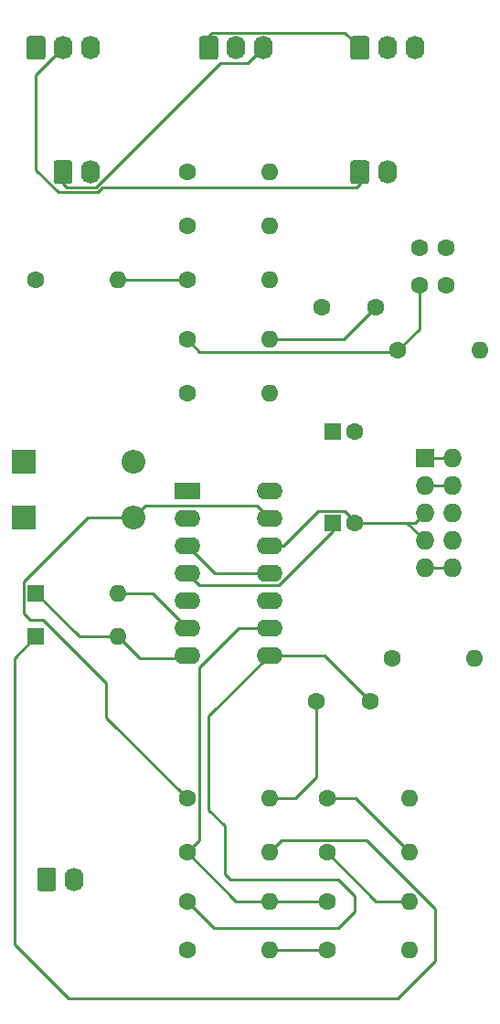
<source format=gbr>
%TF.GenerationSoftware,KiCad,Pcbnew,(5.1.8-0-10_14)*%
%TF.CreationDate,2021-07-20T21:06:28-04:00*%
%TF.ProjectId,fwr2,66777232-2e6b-4696-9361-645f70636258,rev?*%
%TF.SameCoordinates,Original*%
%TF.FileFunction,Copper,L2,Bot*%
%TF.FilePolarity,Positive*%
%FSLAX46Y46*%
G04 Gerber Fmt 4.6, Leading zero omitted, Abs format (unit mm)*
G04 Created by KiCad (PCBNEW (5.1.8-0-10_14)) date 2021-07-20 21:06:28*
%MOMM*%
%LPD*%
G01*
G04 APERTURE LIST*
%TA.AperFunction,ComponentPad*%
%ADD10O,1.740000X2.200000*%
%TD*%
%TA.AperFunction,ComponentPad*%
%ADD11R,1.600000X1.600000*%
%TD*%
%TA.AperFunction,ComponentPad*%
%ADD12C,1.600000*%
%TD*%
%TA.AperFunction,ComponentPad*%
%ADD13R,2.200000X2.200000*%
%TD*%
%TA.AperFunction,ComponentPad*%
%ADD14O,2.200000X2.200000*%
%TD*%
%TA.AperFunction,ComponentPad*%
%ADD15O,1.600000X1.600000*%
%TD*%
%TA.AperFunction,ComponentPad*%
%ADD16R,1.727200X1.727200*%
%TD*%
%TA.AperFunction,ComponentPad*%
%ADD17O,1.727200X1.727200*%
%TD*%
%TA.AperFunction,ComponentPad*%
%ADD18R,2.400000X1.600000*%
%TD*%
%TA.AperFunction,ComponentPad*%
%ADD19O,2.400000X1.600000*%
%TD*%
%TA.AperFunction,Conductor*%
%ADD20C,0.250000*%
%TD*%
G04 APERTURE END LIST*
%TO.P,J4,1*%
%TO.N,Net-(Feedback1-Pad3)*%
%TA.AperFunction,ComponentPad*%
G36*
G01*
X105630000Y-134350001D02*
X105630000Y-132649999D01*
G75*
G02*
X105879999Y-132400000I249999J0D01*
G01*
X107120001Y-132400000D01*
G75*
G02*
X107370000Y-132649999I0J-249999D01*
G01*
X107370000Y-134350001D01*
G75*
G02*
X107120001Y-134600000I-249999J0D01*
G01*
X105879999Y-134600000D01*
G75*
G02*
X105630000Y-134350001I0J249999D01*
G01*
G37*
%TD.AperFunction*%
D10*
%TO.P,J4,2*%
%TO.N,GND*%
X109040000Y-133500000D03*
%TD*%
D11*
%TO.P,C6,1*%
%TO.N,GND*%
X133000000Y-92000000D03*
D12*
%TO.P,C6,2*%
X135000000Y-92000000D03*
%TD*%
D13*
%TO.P,1N4733,1*%
%TO.N,Net-(D3-Pad1)*%
X104375001Y-94855001D03*
D14*
%TO.P,1N4733,2*%
%TO.N,Net-(D4-Pad2)*%
X114535001Y-94855001D03*
%TD*%
%TO.P,Bias,1*%
%TO.N,GND*%
%TA.AperFunction,ComponentPad*%
G36*
G01*
X134630000Y-57350001D02*
X134630000Y-55649999D01*
G75*
G02*
X134879999Y-55400000I249999J0D01*
G01*
X136120001Y-55400000D01*
G75*
G02*
X136370000Y-55649999I0J-249999D01*
G01*
X136370000Y-57350001D01*
G75*
G02*
X136120001Y-57600000I-249999J0D01*
G01*
X134879999Y-57600000D01*
G75*
G02*
X134630000Y-57350001I0J249999D01*
G01*
G37*
%TD.AperFunction*%
D10*
%TO.P,Bias,2*%
%TO.N,Net-(Bias1-Pad2)*%
X138040000Y-56500000D03*
%TO.P,Bias,3*%
%TO.N,Net-(Bias1-Pad3)*%
X140580000Y-56500000D03*
%TD*%
D12*
%TO.P,C1,2*%
%TO.N,Net-(C1-Pad2)*%
X137000000Y-80500000D03*
%TO.P,C1,1*%
%TO.N,Net-(C1-Pad1)*%
X132000000Y-80500000D03*
%TD*%
%TO.P,C2,1*%
%TO.N,GND*%
X141000000Y-78500000D03*
%TO.P,C2,2*%
%TO.N,Net-(Bias1-Pad3)*%
X143500000Y-78500000D03*
%TD*%
%TO.P,C3,2*%
%TO.N,GND*%
X143500000Y-75000000D03*
%TO.P,C3,1*%
X141000000Y-75000000D03*
%TD*%
%TO.P,C4,1*%
%TO.N,Net-(C4-Pad1)*%
X131500000Y-117000000D03*
%TO.P,C4,2*%
%TO.N,Net-(C4-Pad2)*%
X136500000Y-117000000D03*
%TD*%
D10*
%TO.P,CV_Amount,3*%
%TO.N,Net-(CV_Amount1-Pad3)*%
X126580000Y-56500000D03*
%TO.P,CV_Amount,2*%
%TO.N,Net-(CV_Amount1-Pad2)*%
X124040000Y-56500000D03*
%TO.P,CV_Amount,1*%
%TO.N,GND*%
%TA.AperFunction,ComponentPad*%
G36*
G01*
X120630000Y-57350001D02*
X120630000Y-55649999D01*
G75*
G02*
X120879999Y-55400000I249999J0D01*
G01*
X122120001Y-55400000D01*
G75*
G02*
X122370000Y-55649999I0J-249999D01*
G01*
X122370000Y-57350001D01*
G75*
G02*
X122120001Y-57600000I-249999J0D01*
G01*
X120879999Y-57600000D01*
G75*
G02*
X120630000Y-57350001I0J249999D01*
G01*
G37*
%TD.AperFunction*%
%TD*%
D11*
%TO.P,1N4148,1*%
%TO.N,Net-(D1-Pad1)*%
X105500000Y-107000000D03*
D15*
%TO.P,1N4148,2*%
%TO.N,Net-(D1-Pad2)*%
X113120000Y-107000000D03*
%TD*%
%TO.P,1N4148,2*%
%TO.N,Net-(D1-Pad1)*%
X113120000Y-111000000D03*
D11*
%TO.P,1N4148,1*%
%TO.N,Net-(D2-Pad1)*%
X105500000Y-111000000D03*
%TD*%
D14*
%TO.P,1N4733,2*%
%TO.N,Net-(D3-Pad2)*%
X114535001Y-100000000D03*
D13*
%TO.P,1N4733,1*%
%TO.N,Net-(D3-Pad1)*%
X104375001Y-100000000D03*
%TD*%
D12*
%TO.P,FB1,1*%
%TO.N,GND*%
X139000000Y-84500000D03*
D15*
%TO.P,FB1,2*%
%TO.N,Net-(FB1-Pad2)*%
X146620000Y-84500000D03*
%TD*%
%TO.P,FB2,2*%
%TO.N,Net-(FB2-Pad2)*%
X146120000Y-113000000D03*
D12*
%TO.P,FB2,1*%
%TO.N,Net-(Bias1-Pad3)*%
X138500000Y-113000000D03*
%TD*%
%TO.P,Feedback,1*%
%TO.N,GND*%
%TA.AperFunction,ComponentPad*%
G36*
G01*
X104630000Y-57350001D02*
X104630000Y-55649999D01*
G75*
G02*
X104879999Y-55400000I249999J0D01*
G01*
X106120001Y-55400000D01*
G75*
G02*
X106370000Y-55649999I0J-249999D01*
G01*
X106370000Y-57350001D01*
G75*
G02*
X106120001Y-57600000I-249999J0D01*
G01*
X104879999Y-57600000D01*
G75*
G02*
X104630000Y-57350001I0J249999D01*
G01*
G37*
%TD.AperFunction*%
D10*
%TO.P,Feedback,2*%
%TO.N,Net-(C1-Pad2)*%
X108040000Y-56500000D03*
%TO.P,Feedback,3*%
%TO.N,Net-(Feedback1-Pad3)*%
X110580000Y-56500000D03*
%TD*%
D16*
%TO.P,J3,1*%
%TO.N,Net-(FB1-Pad2)*%
X141500000Y-94500000D03*
D17*
%TO.P,J3,2*%
X144040000Y-94500000D03*
%TO.P,J3,3*%
%TO.N,GND*%
X141500000Y-97040000D03*
%TO.P,J3,4*%
X144040000Y-97040000D03*
%TO.P,J3,5*%
X141500000Y-99580000D03*
%TO.P,J3,6*%
X144040000Y-99580000D03*
%TO.P,J3,7*%
X141500000Y-102120000D03*
%TO.P,J3,8*%
X144040000Y-102120000D03*
%TO.P,J3,9*%
%TO.N,Net-(FB2-Pad2)*%
X141500000Y-104660000D03*
%TO.P,J3,10*%
X144040000Y-104660000D03*
%TD*%
D15*
%TO.P,R1,2*%
%TO.N,Net-(C1-Pad2)*%
X127120000Y-83500000D03*
D12*
%TO.P,R1,1*%
%TO.N,GND*%
X119500000Y-83500000D03*
%TD*%
%TO.P,R2,1*%
%TO.N,Net-(R2-Pad1)*%
X119500000Y-68000000D03*
D15*
%TO.P,R2,2*%
%TO.N,Net-(Bias1-Pad2)*%
X127120000Y-68000000D03*
%TD*%
D12*
%TO.P,R3,1*%
%TO.N,Net-(R2-Pad1)*%
X119500000Y-73000000D03*
D15*
%TO.P,R3,2*%
%TO.N,Net-(CV_Amount1-Pad2)*%
X127120000Y-73000000D03*
%TD*%
%TO.P,R4,2*%
%TO.N,Net-(C1-Pad1)*%
X140120000Y-126000000D03*
D12*
%TO.P,R4,1*%
%TO.N,Net-(R2-Pad1)*%
X132500000Y-126000000D03*
%TD*%
D15*
%TO.P,R5,2*%
%TO.N,Net-(D2-Pad1)*%
X127120000Y-131000000D03*
D12*
%TO.P,R5,1*%
%TO.N,Net-(R5-Pad1)*%
X119500000Y-131000000D03*
%TD*%
%TO.P,R6,1*%
%TO.N,Net-(R5-Pad1)*%
X132500000Y-135500000D03*
D15*
%TO.P,R6,2*%
%TO.N,Net-(R6-Pad2)*%
X140120000Y-135500000D03*
%TD*%
D12*
%TO.P,R7,1*%
%TO.N,Net-(R6-Pad2)*%
X132500000Y-131000000D03*
D15*
%TO.P,R7,2*%
%TO.N,Net-(R2-Pad1)*%
X140120000Y-131000000D03*
%TD*%
%TO.P,R8,2*%
%TO.N,Net-(R5-Pad1)*%
X127120000Y-135500000D03*
D12*
%TO.P,R8,1*%
%TO.N,Net-(C4-Pad2)*%
X119500000Y-135500000D03*
%TD*%
D15*
%TO.P,R9,2*%
%TO.N,Net-(R6-Pad2)*%
X140120000Y-140000000D03*
D12*
%TO.P,R9,1*%
%TO.N,Net-(D1-Pad2)*%
X132500000Y-140000000D03*
%TD*%
%TO.P,R10,1*%
%TO.N,Net-(D3-Pad2)*%
X119500000Y-126000000D03*
D15*
%TO.P,R10,2*%
%TO.N,Net-(C4-Pad1)*%
X127120000Y-126000000D03*
%TD*%
D12*
%TO.P,R11,1*%
%TO.N,Net-(D2-Pad1)*%
X119500000Y-140000000D03*
D15*
%TO.P,R11,2*%
%TO.N,Net-(D1-Pad2)*%
X127120000Y-140000000D03*
%TD*%
D12*
%TO.P,R12,1*%
%TO.N,Net-(R12-Pad1)*%
X119500000Y-88500000D03*
D15*
%TO.P,R12,2*%
%TO.N,Net-(D3-Pad2)*%
X127120000Y-88500000D03*
%TD*%
%TO.P,R13,2*%
%TO.N,Net-(R12-Pad1)*%
X113120000Y-78000000D03*
D12*
%TO.P,R13,1*%
%TO.N,Net-(Feedback1-Pad3)*%
X105500000Y-78000000D03*
%TD*%
D15*
%TO.P,R14,2*%
%TO.N,Net-(D4-Pad2)*%
X127120000Y-78000000D03*
D12*
%TO.P,R14,1*%
%TO.N,Net-(R12-Pad1)*%
X119500000Y-78000000D03*
%TD*%
D18*
%TO.P,U1,1*%
%TO.N,Net-(R6-Pad2)*%
X119500000Y-97500000D03*
D19*
%TO.P,U1,8*%
%TO.N,Net-(C4-Pad2)*%
X127120000Y-112740000D03*
%TO.P,U1,2*%
%TO.N,Net-(R2-Pad1)*%
X119500000Y-100040000D03*
%TO.P,U1,9*%
%TO.N,Net-(R5-Pad1)*%
X127120000Y-110200000D03*
%TO.P,U1,3*%
%TO.N,GND*%
X119500000Y-102580000D03*
%TO.P,U1,10*%
X127120000Y-107660000D03*
%TO.P,U1,4*%
%TO.N,Net-(Bias1-Pad3)*%
X119500000Y-105120000D03*
%TO.P,U1,11*%
%TO.N,GND*%
X127120000Y-105120000D03*
%TO.P,U1,5*%
X119500000Y-107660000D03*
%TO.P,U1,12*%
X127120000Y-102580000D03*
%TO.P,U1,6*%
%TO.N,Net-(D1-Pad2)*%
X119500000Y-110200000D03*
%TO.P,U1,13*%
%TO.N,Net-(D3-Pad2)*%
X127120000Y-100040000D03*
%TO.P,U1,7*%
%TO.N,Net-(D1-Pad1)*%
X119500000Y-112740000D03*
%TO.P,U1,14*%
%TO.N,Net-(R12-Pad1)*%
X127120000Y-97500000D03*
%TD*%
D11*
%TO.P,C5,1*%
%TO.N,Net-(Bias1-Pad3)*%
X133000000Y-100500000D03*
D12*
%TO.P,C5,2*%
%TO.N,GND*%
X135000000Y-100500000D03*
%TD*%
D10*
%TO.P,J1,2*%
%TO.N,GND*%
X110540000Y-68000000D03*
%TO.P,J1,1*%
%TO.N,Net-(CV_Amount1-Pad3)*%
%TA.AperFunction,ComponentPad*%
G36*
G01*
X107130000Y-68850001D02*
X107130000Y-67149999D01*
G75*
G02*
X107379999Y-66900000I249999J0D01*
G01*
X108620001Y-66900000D01*
G75*
G02*
X108870000Y-67149999I0J-249999D01*
G01*
X108870000Y-68850001D01*
G75*
G02*
X108620001Y-69100000I-249999J0D01*
G01*
X107379999Y-69100000D01*
G75*
G02*
X107130000Y-68850001I0J249999D01*
G01*
G37*
%TD.AperFunction*%
%TD*%
%TO.P,J2,1*%
%TO.N,Net-(C1-Pad2)*%
%TA.AperFunction,ComponentPad*%
G36*
G01*
X134630000Y-68850001D02*
X134630000Y-67149999D01*
G75*
G02*
X134879999Y-66900000I249999J0D01*
G01*
X136120001Y-66900000D01*
G75*
G02*
X136370000Y-67149999I0J-249999D01*
G01*
X136370000Y-68850001D01*
G75*
G02*
X136120001Y-69100000I-249999J0D01*
G01*
X134879999Y-69100000D01*
G75*
G02*
X134630000Y-68850001I0J249999D01*
G01*
G37*
%TD.AperFunction*%
%TO.P,J2,2*%
%TO.N,GND*%
X138040000Y-68000000D03*
%TD*%
D20*
%TO.N,Net-(C1-Pad2)*%
X135500000Y-68000000D02*
X135500000Y-69100000D01*
X135500000Y-69100000D02*
X135174990Y-69425010D01*
X111221389Y-69875021D02*
X107591831Y-69875021D01*
X135174990Y-69425010D02*
X111671399Y-69425010D01*
X105500000Y-67783190D02*
X105500000Y-59040000D01*
X111671399Y-69425010D02*
X111221389Y-69875021D01*
X105500000Y-59040000D02*
X108040000Y-56500000D01*
X134000000Y-83500000D02*
X137000000Y-80500000D01*
X127120000Y-83500000D02*
X134000000Y-83500000D01*
X107591831Y-69875021D02*
X105500000Y-67783190D01*
%TO.N,Net-(C4-Pad1)*%
X127120000Y-126000000D02*
X129500000Y-126000000D01*
X131500000Y-124000000D02*
X131500000Y-117000000D01*
X129500000Y-126000000D02*
X131500000Y-124000000D01*
%TO.N,Net-(C4-Pad2)*%
X132240000Y-112740000D02*
X127120000Y-112740000D01*
X136500000Y-117000000D02*
X132240000Y-112740000D01*
X121500000Y-127045002D02*
X121500000Y-118360000D01*
X123000000Y-128545002D02*
X121500000Y-127045002D01*
X123000000Y-133000000D02*
X123000000Y-128545002D01*
X123500000Y-133500000D02*
X123000000Y-133000000D01*
X133500000Y-133500000D02*
X123500000Y-133500000D01*
X122000000Y-138000000D02*
X133500000Y-138000000D01*
X135000000Y-135000000D02*
X133500000Y-133500000D01*
X135000000Y-136500000D02*
X135000000Y-135000000D01*
X121500000Y-118360000D02*
X127120000Y-112740000D01*
X133500000Y-138000000D02*
X135000000Y-136500000D01*
X119500000Y-135500000D02*
X122000000Y-138000000D01*
%TO.N,Net-(CV_Amount1-Pad3)*%
X125154990Y-57925010D02*
X126580000Y-56500000D01*
X122534989Y-57925010D02*
X125154990Y-57925010D01*
X108325010Y-69425010D02*
X111034989Y-69425010D01*
X108000000Y-69100000D02*
X108325010Y-69425010D01*
X111034989Y-69425010D02*
X122534989Y-57925010D01*
X108000000Y-68000000D02*
X108000000Y-69100000D01*
%TO.N,Net-(D1-Pad1)*%
X105500000Y-107000000D02*
X109500000Y-111000000D01*
X109500000Y-111000000D02*
X113120000Y-111000000D01*
X113120000Y-111000000D02*
X115120000Y-113000000D01*
X119240000Y-113000000D02*
X119500000Y-112740000D01*
X115120000Y-113000000D02*
X119240000Y-113000000D01*
%TO.N,Net-(D1-Pad2)*%
X127120000Y-140000000D02*
X132500000Y-140000000D01*
X116300000Y-107000000D02*
X119500000Y-110200000D01*
X113120000Y-107000000D02*
X116300000Y-107000000D01*
%TO.N,Net-(D2-Pad1)*%
X136160001Y-129874999D02*
X142500000Y-136214998D01*
X128245001Y-129874999D02*
X136160001Y-129874999D01*
X127120000Y-131000000D02*
X128245001Y-129874999D01*
X142500000Y-136214998D02*
X142500000Y-141000000D01*
X142500000Y-141000000D02*
X139000000Y-144500000D01*
X139000000Y-144500000D02*
X108500000Y-144500000D01*
X108500000Y-144500000D02*
X103500000Y-139500000D01*
X103500000Y-113000000D02*
X105500000Y-111000000D01*
X103500000Y-139500000D02*
X103500000Y-113000000D01*
%TO.N,Net-(D3-Pad2)*%
X125994990Y-98914990D02*
X115620011Y-98914990D01*
X115620011Y-98914990D02*
X114535001Y-100000000D01*
X127120000Y-100040000D02*
X125994990Y-98914990D01*
X111994999Y-118494999D02*
X119500000Y-126000000D01*
X106185002Y-109500000D02*
X111994999Y-115309997D01*
X105000000Y-109500000D02*
X106185002Y-109500000D01*
X114535001Y-100000000D02*
X110314998Y-100000000D01*
X104374999Y-105939999D02*
X104374999Y-108874999D01*
X110314998Y-100000000D02*
X104374999Y-105939999D01*
X111994999Y-115309997D02*
X111994999Y-118494999D01*
X104374999Y-108874999D02*
X105000000Y-109500000D01*
%TO.N,Net-(FB1-Pad2)*%
X144040000Y-94500000D02*
X141500000Y-94500000D01*
%TO.N,Net-(FB2-Pad2)*%
X144040000Y-104660000D02*
X141500000Y-104660000D01*
%TO.N,Net-(R2-Pad1)*%
X135120000Y-126000000D02*
X132500000Y-126000000D01*
X140120000Y-131000000D02*
X135120000Y-126000000D01*
%TO.N,Net-(R5-Pad1)*%
X127120000Y-135500000D02*
X132500000Y-135500000D01*
X124000000Y-135500000D02*
X119500000Y-131000000D01*
X127120000Y-135500000D02*
X124000000Y-135500000D01*
X120625001Y-129874999D02*
X120625001Y-113874999D01*
X119500000Y-131000000D02*
X120625001Y-129874999D01*
X124300000Y-110200000D02*
X127120000Y-110200000D01*
X120625001Y-113874999D02*
X124300000Y-110200000D01*
%TO.N,Net-(R6-Pad2)*%
X137000000Y-135500000D02*
X132500000Y-131000000D01*
X140120000Y-135500000D02*
X137000000Y-135500000D01*
%TO.N,Net-(R12-Pad1)*%
X113120000Y-78000000D02*
X119500000Y-78000000D01*
%TO.N,GND*%
X134074990Y-55074990D02*
X135500000Y-56500000D01*
X121500000Y-55400000D02*
X121825010Y-55074990D01*
X121500000Y-56500000D02*
X121500000Y-55400000D01*
X138874999Y-84625001D02*
X139000000Y-84500000D01*
X120625001Y-84625001D02*
X138874999Y-84625001D01*
X119500000Y-83500000D02*
X120625001Y-84625001D01*
X144040000Y-97040000D02*
X141500000Y-97040000D01*
X141000000Y-82500000D02*
X139000000Y-84500000D01*
X141000000Y-78500000D02*
X141000000Y-82500000D01*
X140580000Y-100500000D02*
X141500000Y-99580000D01*
X135000000Y-100500000D02*
X140580000Y-100500000D01*
X122040000Y-105120000D02*
X119500000Y-102580000D01*
X127120000Y-105120000D02*
X122040000Y-105120000D01*
X139880000Y-100500000D02*
X141500000Y-102120000D01*
X135000000Y-100500000D02*
X139880000Y-100500000D01*
X127120000Y-102580000D02*
X128420000Y-102580000D01*
X134060001Y-99374999D02*
X135000000Y-100314998D01*
X131625001Y-99374999D02*
X134060001Y-99374999D01*
X135000000Y-100314998D02*
X135000000Y-100500000D01*
X128420000Y-102580000D02*
X131625001Y-99374999D01*
X121825010Y-55074990D02*
X134074990Y-55074990D01*
%TO.N,Net-(Bias1-Pad3)*%
X133000000Y-101231004D02*
X133000000Y-100500000D01*
X127985994Y-106245010D02*
X133000000Y-101231004D01*
X120625010Y-106245010D02*
X127985994Y-106245010D01*
X119500000Y-105120000D02*
X120625010Y-106245010D01*
%TD*%
M02*

</source>
